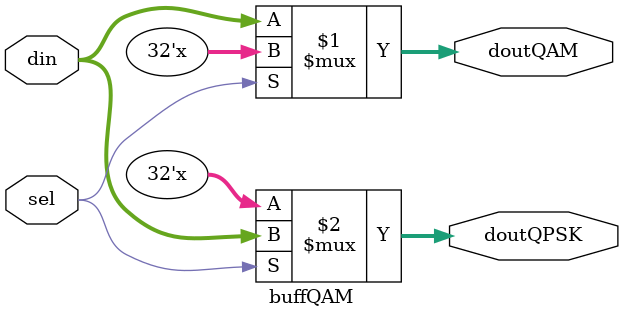
<source format=v>

module buffQAM#
(
	parameter WIDTH = 8,
	parameter n = 4,
	parameter n_sel = 1
)
(
	input [n*WIDTH-1:0]din,
	input [n_sel-1:0]sel,
	output [n*WIDTH-1:0]doutQAM,
	output [n*WIDTH-1:0]doutQPSK
);

assign doutQAM = sel ? 'bz:din; 
assign doutQPSK = sel ? din:'bz;
endmodule
</source>
